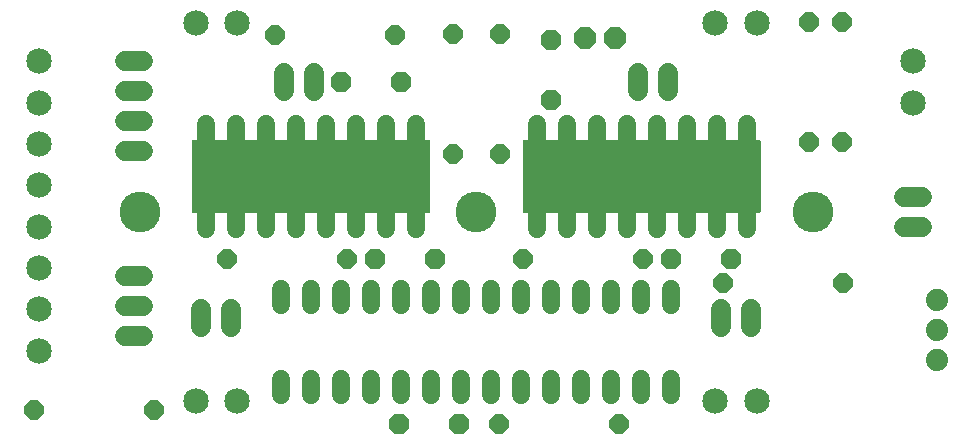
<source format=gts>
G04 EAGLE Gerber RS-274X export*
G75*
%MOMM*%
%FSLAX34Y34*%
%LPD*%
%INSoldermask Top*%
%IPPOS*%
%AMOC8*
5,1,8,0,0,1.08239X$1,22.5*%
G01*
%ADD10C,3.453200*%
%ADD11P,1.843527X8X112.500000*%
%ADD12P,1.843527X8X202.500000*%
%ADD13P,1.843527X8X22.500000*%
%ADD14C,1.524000*%
%ADD15C,2.153200*%
%ADD16P,2.034460X8X202.500000*%
%ADD17P,1.767759X8X112.500000*%
%ADD18C,1.879600*%
%ADD19P,1.767759X8X202.500000*%
%ADD20P,1.767759X8X292.500000*%
%ADD21P,1.767759X8X22.500000*%
%ADD22C,1.727200*%

G36*
X650020Y199242D02*
X650020Y199242D01*
X650039Y199240D01*
X650141Y199262D01*
X650243Y199279D01*
X650260Y199288D01*
X650280Y199292D01*
X650369Y199345D01*
X650460Y199394D01*
X650474Y199408D01*
X650491Y199418D01*
X650558Y199497D01*
X650630Y199572D01*
X650638Y199590D01*
X650651Y199605D01*
X650690Y199701D01*
X650733Y199795D01*
X650735Y199815D01*
X650743Y199833D01*
X650761Y200000D01*
X650761Y260000D01*
X650758Y260020D01*
X650760Y260039D01*
X650738Y260141D01*
X650722Y260243D01*
X650712Y260260D01*
X650708Y260280D01*
X650655Y260369D01*
X650606Y260460D01*
X650592Y260474D01*
X650582Y260491D01*
X650503Y260558D01*
X650428Y260630D01*
X650410Y260638D01*
X650395Y260651D01*
X650299Y260690D01*
X650205Y260733D01*
X650185Y260735D01*
X650167Y260743D01*
X650000Y260761D01*
X450000Y260761D01*
X449980Y260758D01*
X449961Y260760D01*
X449859Y260738D01*
X449757Y260722D01*
X449740Y260712D01*
X449720Y260708D01*
X449631Y260655D01*
X449540Y260606D01*
X449526Y260592D01*
X449509Y260582D01*
X449442Y260503D01*
X449371Y260428D01*
X449362Y260410D01*
X449349Y260395D01*
X449310Y260299D01*
X449267Y260205D01*
X449265Y260185D01*
X449257Y260167D01*
X449239Y260000D01*
X449239Y200000D01*
X449242Y199980D01*
X449240Y199961D01*
X449262Y199859D01*
X449279Y199757D01*
X449288Y199740D01*
X449292Y199720D01*
X449345Y199631D01*
X449394Y199540D01*
X449408Y199526D01*
X449418Y199509D01*
X449497Y199442D01*
X449572Y199371D01*
X449590Y199362D01*
X449605Y199349D01*
X449701Y199310D01*
X449795Y199267D01*
X449815Y199265D01*
X449833Y199257D01*
X450000Y199239D01*
X650000Y199239D01*
X650020Y199242D01*
G37*
G36*
X370020Y199242D02*
X370020Y199242D01*
X370039Y199240D01*
X370141Y199262D01*
X370243Y199279D01*
X370260Y199288D01*
X370280Y199292D01*
X370369Y199345D01*
X370460Y199394D01*
X370474Y199408D01*
X370491Y199418D01*
X370558Y199497D01*
X370630Y199572D01*
X370638Y199590D01*
X370651Y199605D01*
X370690Y199701D01*
X370733Y199795D01*
X370735Y199815D01*
X370743Y199833D01*
X370761Y200000D01*
X370761Y260000D01*
X370758Y260020D01*
X370760Y260039D01*
X370738Y260141D01*
X370722Y260243D01*
X370712Y260260D01*
X370708Y260280D01*
X370655Y260369D01*
X370606Y260460D01*
X370592Y260474D01*
X370582Y260491D01*
X370503Y260558D01*
X370428Y260630D01*
X370410Y260638D01*
X370395Y260651D01*
X370299Y260690D01*
X370205Y260733D01*
X370185Y260735D01*
X370167Y260743D01*
X370000Y260761D01*
X170000Y260761D01*
X169980Y260758D01*
X169961Y260760D01*
X169859Y260738D01*
X169757Y260722D01*
X169740Y260712D01*
X169720Y260708D01*
X169631Y260655D01*
X169540Y260606D01*
X169526Y260592D01*
X169509Y260582D01*
X169442Y260503D01*
X169371Y260428D01*
X169362Y260410D01*
X169349Y260395D01*
X169310Y260299D01*
X169267Y260205D01*
X169265Y260185D01*
X169257Y260167D01*
X169239Y260000D01*
X169239Y200000D01*
X169242Y199980D01*
X169240Y199961D01*
X169262Y199859D01*
X169279Y199757D01*
X169288Y199740D01*
X169292Y199720D01*
X169345Y199631D01*
X169394Y199540D01*
X169408Y199526D01*
X169418Y199509D01*
X169497Y199442D01*
X169572Y199371D01*
X169590Y199362D01*
X169605Y199349D01*
X169701Y199310D01*
X169795Y199267D01*
X169815Y199265D01*
X169833Y199257D01*
X170000Y199239D01*
X370000Y199239D01*
X370020Y199242D01*
G37*
D10*
X410000Y200000D03*
X125000Y200000D03*
X695000Y200000D03*
D11*
X473000Y294600D03*
X473000Y345400D03*
D12*
X625400Y160000D03*
X574600Y160000D03*
D13*
X295600Y310000D03*
X346400Y310000D03*
D12*
X375400Y160000D03*
X324600Y160000D03*
D14*
X638900Y261496D02*
X638900Y274704D01*
X613500Y274704D02*
X613500Y261496D01*
X486500Y261496D02*
X486500Y274704D01*
X461100Y274704D02*
X461100Y261496D01*
X588100Y261496D02*
X588100Y274704D01*
X562700Y274704D02*
X562700Y261496D01*
X511900Y261496D02*
X511900Y274704D01*
X537300Y274704D02*
X537300Y261496D01*
X461100Y198504D02*
X461100Y185296D01*
X486500Y185296D02*
X486500Y198504D01*
X511900Y198504D02*
X511900Y185296D01*
X537300Y185296D02*
X537300Y198504D01*
X562700Y198504D02*
X562700Y185296D01*
X588100Y185296D02*
X588100Y198504D01*
X613500Y198504D02*
X613500Y185296D01*
X638900Y185296D02*
X638900Y198504D01*
X358900Y261496D02*
X358900Y274704D01*
X333500Y274704D02*
X333500Y261496D01*
X206500Y261496D02*
X206500Y274704D01*
X181100Y274704D02*
X181100Y261496D01*
X308100Y261496D02*
X308100Y274704D01*
X282700Y274704D02*
X282700Y261496D01*
X231900Y261496D02*
X231900Y274704D01*
X257300Y274704D02*
X257300Y261496D01*
X181100Y198504D02*
X181100Y185296D01*
X206500Y185296D02*
X206500Y198504D01*
X231900Y198504D02*
X231900Y185296D01*
X257300Y185296D02*
X257300Y198504D01*
X282700Y198504D02*
X282700Y185296D01*
X308100Y185296D02*
X308100Y198504D01*
X333500Y198504D02*
X333500Y185296D01*
X358900Y185296D02*
X358900Y198504D01*
D15*
X780000Y327500D03*
X780000Y292500D03*
X647500Y40000D03*
X612500Y40000D03*
X207500Y40000D03*
X172500Y40000D03*
X172500Y360000D03*
X207500Y360000D03*
X612500Y360000D03*
X647500Y360000D03*
X40000Y292500D03*
X40000Y327500D03*
X40000Y222500D03*
X40000Y257500D03*
D16*
X527700Y347000D03*
X502300Y347000D03*
D17*
X720000Y259200D03*
X720000Y360800D03*
D18*
X800000Y100000D03*
X800000Y125400D03*
X800000Y74600D03*
D14*
X575100Y121496D02*
X575100Y134704D01*
X549700Y134704D02*
X549700Y121496D01*
X524300Y121496D02*
X524300Y134704D01*
X498900Y134704D02*
X498900Y121496D01*
X473500Y121496D02*
X473500Y134704D01*
X448100Y134704D02*
X448100Y121496D01*
X422700Y121496D02*
X422700Y134704D01*
X397300Y134704D02*
X397300Y121496D01*
X371900Y121496D02*
X371900Y134704D01*
X346500Y134704D02*
X346500Y121496D01*
X321100Y121496D02*
X321100Y134704D01*
X295700Y134704D02*
X295700Y121496D01*
X270300Y121496D02*
X270300Y134704D01*
X244900Y134704D02*
X244900Y121496D01*
X244900Y58504D02*
X244900Y45296D01*
X270300Y45296D02*
X270300Y58504D01*
X295700Y58504D02*
X295700Y45296D01*
X321100Y45296D02*
X321100Y58504D01*
X346500Y58504D02*
X346500Y45296D01*
X371900Y45296D02*
X371900Y58504D01*
X397300Y58504D02*
X397300Y45296D01*
X422700Y45296D02*
X422700Y58504D01*
X448100Y58504D02*
X448100Y45296D01*
X473500Y45296D02*
X473500Y58504D01*
X498900Y58504D02*
X498900Y45296D01*
X524300Y45296D02*
X524300Y58504D01*
X549700Y58504D02*
X549700Y45296D01*
X575100Y45296D02*
X575100Y58504D01*
D19*
X530800Y20000D03*
X429200Y20000D03*
D12*
X395400Y20000D03*
X344600Y20000D03*
D15*
X40000Y82500D03*
X40000Y117500D03*
X40000Y152500D03*
X40000Y187500D03*
D17*
X692000Y259200D03*
X692000Y360800D03*
D20*
X430000Y350800D03*
X430000Y249200D03*
D21*
X619200Y140000D03*
X720800Y140000D03*
X449200Y160000D03*
X550800Y160000D03*
D20*
X390000Y350800D03*
X390000Y249200D03*
D21*
X239200Y350000D03*
X340800Y350000D03*
D19*
X300800Y160000D03*
X199200Y160000D03*
X136800Y32000D03*
X35200Y32000D03*
D22*
X772380Y187300D02*
X787620Y187300D01*
X787620Y212700D02*
X772380Y212700D01*
X572700Y302380D02*
X572700Y317620D01*
X547300Y317620D02*
X547300Y302380D01*
X272700Y302380D02*
X272700Y317620D01*
X247300Y317620D02*
X247300Y302380D01*
X617300Y117620D02*
X617300Y102380D01*
X642700Y102380D02*
X642700Y117620D01*
X177300Y117620D02*
X177300Y102380D01*
X202700Y102380D02*
X202700Y117620D01*
X127620Y145400D02*
X112380Y145400D01*
X112380Y120000D02*
X127620Y120000D01*
X127620Y94600D02*
X112380Y94600D01*
X112380Y251900D02*
X127620Y251900D01*
X127620Y277300D02*
X112380Y277300D01*
X112380Y302700D02*
X127620Y302700D01*
X127620Y328100D02*
X112380Y328100D01*
M02*

</source>
